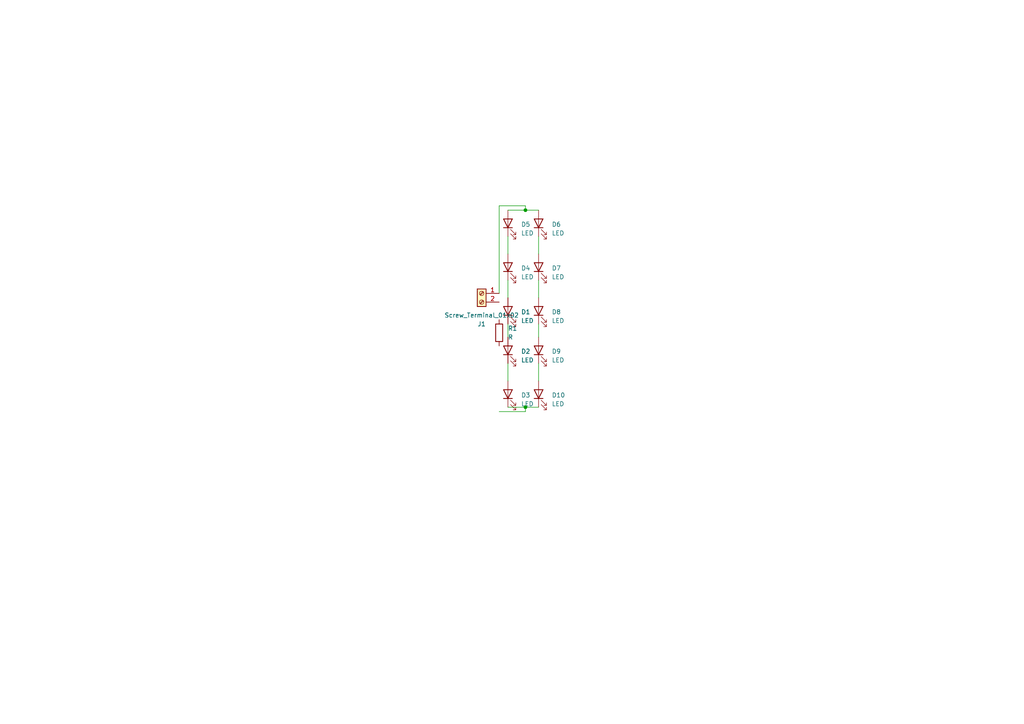
<source format=kicad_sch>
(kicad_sch
	(version 20231120)
	(generator "eeschema")
	(generator_version "8.0")
	(uuid "7e8a862b-64d7-4bcc-8ca5-062da10f6922")
	(paper "A4")
	(lib_symbols
		(symbol "Connector:Screw_Terminal_01x02"
			(pin_names
				(offset 1.016) hide)
			(exclude_from_sim no)
			(in_bom yes)
			(on_board yes)
			(property "Reference" "J"
				(at 0 2.54 0)
				(effects
					(font
						(size 1.27 1.27)
					)
				)
			)
			(property "Value" "Screw_Terminal_01x02"
				(at 0 -5.08 0)
				(effects
					(font
						(size 1.27 1.27)
					)
				)
			)
			(property "Footprint" ""
				(at 0 0 0)
				(effects
					(font
						(size 1.27 1.27)
					)
					(hide yes)
				)
			)
			(property "Datasheet" "~"
				(at 0 0 0)
				(effects
					(font
						(size 1.27 1.27)
					)
					(hide yes)
				)
			)
			(property "Description" "Generic screw terminal, single row, 01x02, script generated (kicad-library-utils/schlib/autogen/connector/)"
				(at 0 0 0)
				(effects
					(font
						(size 1.27 1.27)
					)
					(hide yes)
				)
			)
			(property "ki_keywords" "screw terminal"
				(at 0 0 0)
				(effects
					(font
						(size 1.27 1.27)
					)
					(hide yes)
				)
			)
			(property "ki_fp_filters" "TerminalBlock*:*"
				(at 0 0 0)
				(effects
					(font
						(size 1.27 1.27)
					)
					(hide yes)
				)
			)
			(symbol "Screw_Terminal_01x02_1_1"
				(rectangle
					(start -1.27 1.27)
					(end 1.27 -3.81)
					(stroke
						(width 0.254)
						(type default)
					)
					(fill
						(type background)
					)
				)
				(circle
					(center 0 -2.54)
					(radius 0.635)
					(stroke
						(width 0.1524)
						(type default)
					)
					(fill
						(type none)
					)
				)
				(polyline
					(pts
						(xy -0.5334 -2.2098) (xy 0.3302 -3.048)
					)
					(stroke
						(width 0.1524)
						(type default)
					)
					(fill
						(type none)
					)
				)
				(polyline
					(pts
						(xy -0.5334 0.3302) (xy 0.3302 -0.508)
					)
					(stroke
						(width 0.1524)
						(type default)
					)
					(fill
						(type none)
					)
				)
				(polyline
					(pts
						(xy -0.3556 -2.032) (xy 0.508 -2.8702)
					)
					(stroke
						(width 0.1524)
						(type default)
					)
					(fill
						(type none)
					)
				)
				(polyline
					(pts
						(xy -0.3556 0.508) (xy 0.508 -0.3302)
					)
					(stroke
						(width 0.1524)
						(type default)
					)
					(fill
						(type none)
					)
				)
				(circle
					(center 0 0)
					(radius 0.635)
					(stroke
						(width 0.1524)
						(type default)
					)
					(fill
						(type none)
					)
				)
				(pin passive line
					(at -5.08 0 0)
					(length 3.81)
					(name "Pin_1"
						(effects
							(font
								(size 1.27 1.27)
							)
						)
					)
					(number "1"
						(effects
							(font
								(size 1.27 1.27)
							)
						)
					)
				)
				(pin passive line
					(at -5.08 -2.54 0)
					(length 3.81)
					(name "Pin_2"
						(effects
							(font
								(size 1.27 1.27)
							)
						)
					)
					(number "2"
						(effects
							(font
								(size 1.27 1.27)
							)
						)
					)
				)
			)
		)
		(symbol "Device:LED"
			(pin_numbers hide)
			(pin_names
				(offset 1.016) hide)
			(exclude_from_sim no)
			(in_bom yes)
			(on_board yes)
			(property "Reference" "D"
				(at 0 2.54 0)
				(effects
					(font
						(size 1.27 1.27)
					)
				)
			)
			(property "Value" "LED"
				(at 0 -2.54 0)
				(effects
					(font
						(size 1.27 1.27)
					)
				)
			)
			(property "Footprint" ""
				(at 0 0 0)
				(effects
					(font
						(size 1.27 1.27)
					)
					(hide yes)
				)
			)
			(property "Datasheet" "~"
				(at 0 0 0)
				(effects
					(font
						(size 1.27 1.27)
					)
					(hide yes)
				)
			)
			(property "Description" "Light emitting diode"
				(at 0 0 0)
				(effects
					(font
						(size 1.27 1.27)
					)
					(hide yes)
				)
			)
			(property "ki_keywords" "LED diode"
				(at 0 0 0)
				(effects
					(font
						(size 1.27 1.27)
					)
					(hide yes)
				)
			)
			(property "ki_fp_filters" "LED* LED_SMD:* LED_THT:*"
				(at 0 0 0)
				(effects
					(font
						(size 1.27 1.27)
					)
					(hide yes)
				)
			)
			(symbol "LED_0_1"
				(polyline
					(pts
						(xy -1.27 -1.27) (xy -1.27 1.27)
					)
					(stroke
						(width 0.254)
						(type default)
					)
					(fill
						(type none)
					)
				)
				(polyline
					(pts
						(xy -1.27 0) (xy 1.27 0)
					)
					(stroke
						(width 0)
						(type default)
					)
					(fill
						(type none)
					)
				)
				(polyline
					(pts
						(xy 1.27 -1.27) (xy 1.27 1.27) (xy -1.27 0) (xy 1.27 -1.27)
					)
					(stroke
						(width 0.254)
						(type default)
					)
					(fill
						(type none)
					)
				)
				(polyline
					(pts
						(xy -3.048 -0.762) (xy -4.572 -2.286) (xy -3.81 -2.286) (xy -4.572 -2.286) (xy -4.572 -1.524)
					)
					(stroke
						(width 0)
						(type default)
					)
					(fill
						(type none)
					)
				)
				(polyline
					(pts
						(xy -1.778 -0.762) (xy -3.302 -2.286) (xy -2.54 -2.286) (xy -3.302 -2.286) (xy -3.302 -1.524)
					)
					(stroke
						(width 0)
						(type default)
					)
					(fill
						(type none)
					)
				)
			)
			(symbol "LED_1_1"
				(pin passive line
					(at -3.81 0 0)
					(length 2.54)
					(name "K"
						(effects
							(font
								(size 1.27 1.27)
							)
						)
					)
					(number "1"
						(effects
							(font
								(size 1.27 1.27)
							)
						)
					)
				)
				(pin passive line
					(at 3.81 0 180)
					(length 2.54)
					(name "A"
						(effects
							(font
								(size 1.27 1.27)
							)
						)
					)
					(number "2"
						(effects
							(font
								(size 1.27 1.27)
							)
						)
					)
				)
			)
		)
		(symbol "Device:R"
			(pin_numbers hide)
			(pin_names
				(offset 0)
			)
			(exclude_from_sim no)
			(in_bom yes)
			(on_board yes)
			(property "Reference" "R"
				(at 2.032 0 90)
				(effects
					(font
						(size 1.27 1.27)
					)
				)
			)
			(property "Value" "R"
				(at 0 0 90)
				(effects
					(font
						(size 1.27 1.27)
					)
				)
			)
			(property "Footprint" ""
				(at -1.778 0 90)
				(effects
					(font
						(size 1.27 1.27)
					)
					(hide yes)
				)
			)
			(property "Datasheet" "~"
				(at 0 0 0)
				(effects
					(font
						(size 1.27 1.27)
					)
					(hide yes)
				)
			)
			(property "Description" "Resistor"
				(at 0 0 0)
				(effects
					(font
						(size 1.27 1.27)
					)
					(hide yes)
				)
			)
			(property "ki_keywords" "R res resistor"
				(at 0 0 0)
				(effects
					(font
						(size 1.27 1.27)
					)
					(hide yes)
				)
			)
			(property "ki_fp_filters" "R_*"
				(at 0 0 0)
				(effects
					(font
						(size 1.27 1.27)
					)
					(hide yes)
				)
			)
			(symbol "R_0_1"
				(rectangle
					(start -1.016 -2.54)
					(end 1.016 2.54)
					(stroke
						(width 0.254)
						(type default)
					)
					(fill
						(type none)
					)
				)
			)
			(symbol "R_1_1"
				(pin passive line
					(at 0 3.81 270)
					(length 1.27)
					(name "~"
						(effects
							(font
								(size 1.27 1.27)
							)
						)
					)
					(number "1"
						(effects
							(font
								(size 1.27 1.27)
							)
						)
					)
				)
				(pin passive line
					(at 0 -3.81 90)
					(length 1.27)
					(name "~"
						(effects
							(font
								(size 1.27 1.27)
							)
						)
					)
					(number "2"
						(effects
							(font
								(size 1.27 1.27)
							)
						)
					)
				)
			)
		)
	)
	(junction
		(at 152.4 118.11)
		(diameter 0)
		(color 0 0 0 0)
		(uuid "228f7ec9-1a21-4cdd-848a-4b2482c83302")
	)
	(junction
		(at 152.4 60.96)
		(diameter 0)
		(color 0 0 0 0)
		(uuid "9a39534c-0618-40bf-95a0-5ba3ca0a4145")
	)
	(wire
		(pts
			(xy 147.32 81.28) (xy 147.32 86.36)
		)
		(stroke
			(width 0)
			(type default)
		)
		(uuid "0da08c90-0826-4c08-8d3c-f80320ecd238")
	)
	(wire
		(pts
			(xy 156.21 81.28) (xy 156.21 86.36)
		)
		(stroke
			(width 0)
			(type default)
		)
		(uuid "4c7683bb-8435-4921-8bb7-18d8480f0e3a")
	)
	(wire
		(pts
			(xy 152.4 118.11) (xy 156.21 118.11)
		)
		(stroke
			(width 0)
			(type default)
		)
		(uuid "54743f62-50bd-446f-9f50-20c5db18ba9c")
	)
	(wire
		(pts
			(xy 156.21 93.98) (xy 156.21 97.79)
		)
		(stroke
			(width 0)
			(type default)
		)
		(uuid "5ed368fd-9173-4df4-9ad3-9f7ad4dbde7e")
	)
	(wire
		(pts
			(xy 152.4 119.38) (xy 152.4 118.11)
		)
		(stroke
			(width 0)
			(type default)
		)
		(uuid "63ba95d7-8df8-4a92-b5f5-ce69affcb3e8")
	)
	(wire
		(pts
			(xy 147.32 68.58) (xy 147.32 73.66)
		)
		(stroke
			(width 0)
			(type default)
		)
		(uuid "65fae4b5-1f31-46af-b20e-25372cc89762")
	)
	(wire
		(pts
			(xy 144.78 59.69) (xy 144.78 85.09)
		)
		(stroke
			(width 0)
			(type default)
		)
		(uuid "7b06edbf-42d6-4517-989f-0c5c5307f806")
	)
	(wire
		(pts
			(xy 144.78 119.38) (xy 152.4 119.38)
		)
		(stroke
			(width 0)
			(type default)
		)
		(uuid "9380d00b-3776-400d-94e8-0c190081c78b")
	)
	(wire
		(pts
			(xy 147.32 118.11) (xy 152.4 118.11)
		)
		(stroke
			(width 0)
			(type default)
		)
		(uuid "93bec050-279b-403e-b704-e34d6adb9a0a")
	)
	(wire
		(pts
			(xy 156.21 68.58) (xy 156.21 73.66)
		)
		(stroke
			(width 0)
			(type default)
		)
		(uuid "b81ca370-0bb2-4444-bd9c-26a956a6c1c3")
	)
	(wire
		(pts
			(xy 152.4 59.69) (xy 152.4 60.96)
		)
		(stroke
			(width 0)
			(type default)
		)
		(uuid "c0dd58d3-a503-4df5-ae2e-cba701674173")
	)
	(wire
		(pts
			(xy 152.4 60.96) (xy 156.21 60.96)
		)
		(stroke
			(width 0)
			(type default)
		)
		(uuid "c237907b-829a-4f0c-9ae8-3e9e0505439c")
	)
	(wire
		(pts
			(xy 147.32 105.41) (xy 147.32 110.49)
		)
		(stroke
			(width 0)
			(type default)
		)
		(uuid "c462b6ce-c95c-44e7-9062-34729efcd47a")
	)
	(wire
		(pts
			(xy 156.21 105.41) (xy 156.21 110.49)
		)
		(stroke
			(width 0)
			(type default)
		)
		(uuid "d089abbf-1ec0-4ef8-bfef-2a390cc880d8")
	)
	(wire
		(pts
			(xy 144.78 59.69) (xy 152.4 59.69)
		)
		(stroke
			(width 0)
			(type default)
		)
		(uuid "daea9ed8-0512-4575-bb88-072d22a1235f")
	)
	(wire
		(pts
			(xy 147.32 60.96) (xy 152.4 60.96)
		)
		(stroke
			(width 0)
			(type default)
		)
		(uuid "dd0be1e7-29cf-442e-bd3e-e0b907a2682d")
	)
	(wire
		(pts
			(xy 147.32 93.98) (xy 147.32 97.79)
		)
		(stroke
			(width 0)
			(type default)
		)
		(uuid "f05a4e5c-cf74-4652-8ebe-635f1ad2d9de")
	)
	(symbol
		(lib_id "Device:R")
		(at 144.78 96.52 0)
		(unit 1)
		(exclude_from_sim no)
		(in_bom yes)
		(on_board yes)
		(dnp no)
		(fields_autoplaced yes)
		(uuid "05ea17a5-65d7-4ce3-97d9-950cf3a11349")
		(property "Reference" "R1"
			(at 147.32 95.2499 0)
			(effects
				(font
					(size 1.27 1.27)
				)
				(justify left)
			)
		)
		(property "Value" "R"
			(at 147.32 97.7899 0)
			(effects
				(font
					(size 1.27 1.27)
				)
				(justify left)
			)
		)
		(property "Footprint" ""
			(at 143.002 96.52 90)
			(effects
				(font
					(size 1.27 1.27)
				)
				(hide yes)
			)
		)
		(property "Datasheet" "~"
			(at 144.78 96.52 0)
			(effects
				(font
					(size 1.27 1.27)
				)
				(hide yes)
			)
		)
		(property "Description" "Resistor"
			(at 144.78 96.52 0)
			(effects
				(font
					(size 1.27 1.27)
				)
				(hide yes)
			)
		)
		(pin "1"
			(uuid "bcdd598a-e16f-43c0-9b83-9088c2455715")
		)
		(pin "2"
			(uuid "08cea8f7-1d93-4815-9ea8-01a3b7f92451")
		)
		(instances
			(project ""
				(path "/7e8a862b-64d7-4bcc-8ca5-062da10f6922"
					(reference "R1")
					(unit 1)
				)
			)
		)
	)
	(symbol
		(lib_id "Device:LED")
		(at 156.21 77.47 90)
		(unit 1)
		(exclude_from_sim no)
		(in_bom yes)
		(on_board yes)
		(dnp no)
		(fields_autoplaced yes)
		(uuid "0771b988-b57c-4f8b-a493-e197449ed497")
		(property "Reference" "D7"
			(at 160.02 77.7874 90)
			(effects
				(font
					(size 1.27 1.27)
				)
				(justify right)
			)
		)
		(property "Value" "LED"
			(at 160.02 80.3274 90)
			(effects
				(font
					(size 1.27 1.27)
				)
				(justify right)
			)
		)
		(property "Footprint" ""
			(at 156.21 77.47 0)
			(effects
				(font
					(size 1.27 1.27)
				)
				(hide yes)
			)
		)
		(property "Datasheet" "~"
			(at 156.21 77.47 0)
			(effects
				(font
					(size 1.27 1.27)
				)
				(hide yes)
			)
		)
		(property "Description" "Light emitting diode"
			(at 156.21 77.47 0)
			(effects
				(font
					(size 1.27 1.27)
				)
				(hide yes)
			)
		)
		(pin "2"
			(uuid "6d82e06c-043f-4610-ae73-69ab093f64d8")
		)
		(pin "1"
			(uuid "84ea142c-523e-48ba-90a2-ef7fbce107ed")
		)
		(instances
			(project "SERIES OF LED"
				(path "/7e8a862b-64d7-4bcc-8ca5-062da10f6922"
					(reference "D7")
					(unit 1)
				)
			)
		)
	)
	(symbol
		(lib_id "Device:LED")
		(at 147.32 90.17 90)
		(unit 1)
		(exclude_from_sim no)
		(in_bom yes)
		(on_board yes)
		(dnp no)
		(fields_autoplaced yes)
		(uuid "0a17c2e4-0e25-4b1e-bf44-bb321d3ef824")
		(property "Reference" "D1"
			(at 151.13 90.4874 90)
			(effects
				(font
					(size 1.27 1.27)
				)
				(justify right)
			)
		)
		(property "Value" "LED"
			(at 151.13 93.0274 90)
			(effects
				(font
					(size 1.27 1.27)
				)
				(justify right)
			)
		)
		(property "Footprint" ""
			(at 147.32 90.17 0)
			(effects
				(font
					(size 1.27 1.27)
				)
				(hide yes)
			)
		)
		(property "Datasheet" "~"
			(at 147.32 90.17 0)
			(effects
				(font
					(size 1.27 1.27)
				)
				(hide yes)
			)
		)
		(property "Description" "Light emitting diode"
			(at 147.32 90.17 0)
			(effects
				(font
					(size 1.27 1.27)
				)
				(hide yes)
			)
		)
		(pin "2"
			(uuid "670d7643-1716-4a09-b8bc-bebe3b0d05e1")
		)
		(pin "1"
			(uuid "18843e94-fdc0-41b1-b130-581808755a99")
		)
		(instances
			(project ""
				(path "/7e8a862b-64d7-4bcc-8ca5-062da10f6922"
					(reference "D1")
					(unit 1)
				)
			)
		)
	)
	(symbol
		(lib_id "Device:LED")
		(at 156.21 64.77 90)
		(unit 1)
		(exclude_from_sim no)
		(in_bom yes)
		(on_board yes)
		(dnp no)
		(fields_autoplaced yes)
		(uuid "1c46d3a8-2508-4965-98a0-f1ed6d619c79")
		(property "Reference" "D6"
			(at 160.02 65.0874 90)
			(effects
				(font
					(size 1.27 1.27)
				)
				(justify right)
			)
		)
		(property "Value" "LED"
			(at 160.02 67.6274 90)
			(effects
				(font
					(size 1.27 1.27)
				)
				(justify right)
			)
		)
		(property "Footprint" ""
			(at 156.21 64.77 0)
			(effects
				(font
					(size 1.27 1.27)
				)
				(hide yes)
			)
		)
		(property "Datasheet" "~"
			(at 156.21 64.77 0)
			(effects
				(font
					(size 1.27 1.27)
				)
				(hide yes)
			)
		)
		(property "Description" "Light emitting diode"
			(at 156.21 64.77 0)
			(effects
				(font
					(size 1.27 1.27)
				)
				(hide yes)
			)
		)
		(pin "2"
			(uuid "16f717bd-ebe2-4af0-977f-fe5e3edf09a1")
		)
		(pin "1"
			(uuid "7a997c2a-83d7-4801-b2a6-fa3a4aaa4a74")
		)
		(instances
			(project "SERIES OF LED"
				(path "/7e8a862b-64d7-4bcc-8ca5-062da10f6922"
					(reference "D6")
					(unit 1)
				)
			)
		)
	)
	(symbol
		(lib_id "Device:LED")
		(at 147.32 114.3 90)
		(unit 1)
		(exclude_from_sim no)
		(in_bom yes)
		(on_board yes)
		(dnp no)
		(fields_autoplaced yes)
		(uuid "2f23b56e-237b-4618-bae2-ef5a486a3dbf")
		(property "Reference" "D3"
			(at 151.13 114.6174 90)
			(effects
				(font
					(size 1.27 1.27)
				)
				(justify right)
			)
		)
		(property "Value" "LED"
			(at 151.13 117.1574 90)
			(effects
				(font
					(size 1.27 1.27)
				)
				(justify right)
			)
		)
		(property "Footprint" ""
			(at 147.32 114.3 0)
			(effects
				(font
					(size 1.27 1.27)
				)
				(hide yes)
			)
		)
		(property "Datasheet" "~"
			(at 147.32 114.3 0)
			(effects
				(font
					(size 1.27 1.27)
				)
				(hide yes)
			)
		)
		(property "Description" "Light emitting diode"
			(at 147.32 114.3 0)
			(effects
				(font
					(size 1.27 1.27)
				)
				(hide yes)
			)
		)
		(pin "2"
			(uuid "8aad69a3-2bb7-45c1-92c8-96257cee5641")
		)
		(pin "1"
			(uuid "86c6476f-5ddf-43ed-a521-2861eace7866")
		)
		(instances
			(project "SERIES OF LED"
				(path "/7e8a862b-64d7-4bcc-8ca5-062da10f6922"
					(reference "D3")
					(unit 1)
				)
			)
		)
	)
	(symbol
		(lib_id "Device:LED")
		(at 147.32 77.47 90)
		(unit 1)
		(exclude_from_sim no)
		(in_bom yes)
		(on_board yes)
		(dnp no)
		(fields_autoplaced yes)
		(uuid "84e13624-e3c7-4506-bca9-7cd1b14b7ff4")
		(property "Reference" "D4"
			(at 151.13 77.7874 90)
			(effects
				(font
					(size 1.27 1.27)
				)
				(justify right)
			)
		)
		(property "Value" "LED"
			(at 151.13 80.3274 90)
			(effects
				(font
					(size 1.27 1.27)
				)
				(justify right)
			)
		)
		(property "Footprint" ""
			(at 147.32 77.47 0)
			(effects
				(font
					(size 1.27 1.27)
				)
				(hide yes)
			)
		)
		(property "Datasheet" "~"
			(at 147.32 77.47 0)
			(effects
				(font
					(size 1.27 1.27)
				)
				(hide yes)
			)
		)
		(property "Description" "Light emitting diode"
			(at 147.32 77.47 0)
			(effects
				(font
					(size 1.27 1.27)
				)
				(hide yes)
			)
		)
		(pin "2"
			(uuid "64e5f0dd-d7c8-40d1-8223-61b8d4eb7157")
		)
		(pin "1"
			(uuid "50cfa9d7-3d52-43f7-9ba3-05a5906bc4ff")
		)
		(instances
			(project "SERIES OF LED"
				(path "/7e8a862b-64d7-4bcc-8ca5-062da10f6922"
					(reference "D4")
					(unit 1)
				)
			)
		)
	)
	(symbol
		(lib_id "Device:LED")
		(at 156.21 90.17 90)
		(unit 1)
		(exclude_from_sim no)
		(in_bom yes)
		(on_board yes)
		(dnp no)
		(fields_autoplaced yes)
		(uuid "862e9df0-dd45-4146-acde-1efcabd5796d")
		(property "Reference" "D8"
			(at 160.02 90.4874 90)
			(effects
				(font
					(size 1.27 1.27)
				)
				(justify right)
			)
		)
		(property "Value" "LED"
			(at 160.02 93.0274 90)
			(effects
				(font
					(size 1.27 1.27)
				)
				(justify right)
			)
		)
		(property "Footprint" ""
			(at 156.21 90.17 0)
			(effects
				(font
					(size 1.27 1.27)
				)
				(hide yes)
			)
		)
		(property "Datasheet" "~"
			(at 156.21 90.17 0)
			(effects
				(font
					(size 1.27 1.27)
				)
				(hide yes)
			)
		)
		(property "Description" "Light emitting diode"
			(at 156.21 90.17 0)
			(effects
				(font
					(size 1.27 1.27)
				)
				(hide yes)
			)
		)
		(pin "2"
			(uuid "c6be9d56-a1e8-4c53-a4f6-e2fe468c5db2")
		)
		(pin "1"
			(uuid "cb4ac01b-420b-4b11-a793-699783f14b50")
		)
		(instances
			(project "SERIES OF LED"
				(path "/7e8a862b-64d7-4bcc-8ca5-062da10f6922"
					(reference "D8")
					(unit 1)
				)
			)
		)
	)
	(symbol
		(lib_id "Device:LED")
		(at 156.21 101.6 90)
		(unit 1)
		(exclude_from_sim no)
		(in_bom yes)
		(on_board yes)
		(dnp no)
		(fields_autoplaced yes)
		(uuid "8c5ed077-4885-4333-815a-74db8ce7e902")
		(property "Reference" "D9"
			(at 160.02 101.9174 90)
			(effects
				(font
					(size 1.27 1.27)
				)
				(justify right)
			)
		)
		(property "Value" "LED"
			(at 160.02 104.4574 90)
			(effects
				(font
					(size 1.27 1.27)
				)
				(justify right)
			)
		)
		(property "Footprint" ""
			(at 156.21 101.6 0)
			(effects
				(font
					(size 1.27 1.27)
				)
				(hide yes)
			)
		)
		(property "Datasheet" "~"
			(at 156.21 101.6 0)
			(effects
				(font
					(size 1.27 1.27)
				)
				(hide yes)
			)
		)
		(property "Description" "Light emitting diode"
			(at 156.21 101.6 0)
			(effects
				(font
					(size 1.27 1.27)
				)
				(hide yes)
			)
		)
		(pin "2"
			(uuid "27539f85-57ad-49da-aee8-d126b716ef0c")
		)
		(pin "1"
			(uuid "1f8fe9c7-cd37-4d44-b820-573915064e6b")
		)
		(instances
			(project "SERIES OF LED"
				(path "/7e8a862b-64d7-4bcc-8ca5-062da10f6922"
					(reference "D9")
					(unit 1)
				)
			)
		)
	)
	(symbol
		(lib_id "Device:LED")
		(at 147.32 101.6 90)
		(unit 1)
		(exclude_from_sim no)
		(in_bom yes)
		(on_board yes)
		(dnp no)
		(fields_autoplaced yes)
		(uuid "92eea88b-7fb4-426e-85a5-86e7746e38b1")
		(property "Reference" "D2"
			(at 151.13 101.9174 90)
			(effects
				(font
					(size 1.27 1.27)
				)
				(justify right)
			)
		)
		(property "Value" "LED"
			(at 151.13 104.4574 90)
			(effects
				(font
					(size 1.27 1.27)
				)
				(justify right)
			)
		)
		(property "Footprint" ""
			(at 147.32 101.6 0)
			(effects
				(font
					(size 1.27 1.27)
				)
				(hide yes)
			)
		)
		(property "Datasheet" "~"
			(at 147.32 101.6 0)
			(effects
				(font
					(size 1.27 1.27)
				)
				(hide yes)
			)
		)
		(property "Description" "Light emitting diode"
			(at 147.32 101.6 0)
			(effects
				(font
					(size 1.27 1.27)
				)
				(hide yes)
			)
		)
		(pin "2"
			(uuid "9db5b522-3cdf-46e6-977c-2a2b36fd2b51")
		)
		(pin "1"
			(uuid "d1256089-adf7-414b-b72a-70f48603aabb")
		)
		(instances
			(project "SERIES OF LED"
				(path "/7e8a862b-64d7-4bcc-8ca5-062da10f6922"
					(reference "D2")
					(unit 1)
				)
			)
		)
	)
	(symbol
		(lib_id "Device:LED")
		(at 156.21 114.3 90)
		(unit 1)
		(exclude_from_sim no)
		(in_bom yes)
		(on_board yes)
		(dnp no)
		(fields_autoplaced yes)
		(uuid "b808f991-05b3-44cd-9de5-78802618667d")
		(property "Reference" "D10"
			(at 160.02 114.6174 90)
			(effects
				(font
					(size 1.27 1.27)
				)
				(justify right)
			)
		)
		(property "Value" "LED"
			(at 160.02 117.1574 90)
			(effects
				(font
					(size 1.27 1.27)
				)
				(justify right)
			)
		)
		(property "Footprint" ""
			(at 156.21 114.3 0)
			(effects
				(font
					(size 1.27 1.27)
				)
				(hide yes)
			)
		)
		(property "Datasheet" "~"
			(at 156.21 114.3 0)
			(effects
				(font
					(size 1.27 1.27)
				)
				(hide yes)
			)
		)
		(property "Description" "Light emitting diode"
			(at 156.21 114.3 0)
			(effects
				(font
					(size 1.27 1.27)
				)
				(hide yes)
			)
		)
		(pin "2"
			(uuid "578d753b-9b58-481e-8606-907ddf518eb8")
		)
		(pin "1"
			(uuid "1c621bbd-f114-4464-a79f-afbfbc68aad9")
		)
		(instances
			(project "SERIES OF LED"
				(path "/7e8a862b-64d7-4bcc-8ca5-062da10f6922"
					(reference "D10")
					(unit 1)
				)
			)
		)
	)
	(symbol
		(lib_id "Connector:Screw_Terminal_01x02")
		(at 139.7 85.09 0)
		(mirror y)
		(unit 1)
		(exclude_from_sim no)
		(in_bom yes)
		(on_board yes)
		(dnp no)
		(uuid "c214bded-3e78-413e-920b-2d1d8d9bf24b")
		(property "Reference" "J1"
			(at 139.7 93.98 0)
			(effects
				(font
					(size 1.27 1.27)
				)
			)
		)
		(property "Value" "Screw_Terminal_01x02"
			(at 139.7 91.44 0)
			(effects
				(font
					(size 1.27 1.27)
				)
			)
		)
		(property "Footprint" ""
			(at 139.7 85.09 0)
			(effects
				(font
					(size 1.27 1.27)
				)
				(hide yes)
			)
		)
		(property "Datasheet" "~"
			(at 139.7 85.09 0)
			(effects
				(font
					(size 1.27 1.27)
				)
				(hide yes)
			)
		)
		(property "Description" "Generic screw terminal, single row, 01x02, script generated (kicad-library-utils/schlib/autogen/connector/)"
			(at 139.7 85.09 0)
			(effects
				(font
					(size 1.27 1.27)
				)
				(hide yes)
			)
		)
		(pin "2"
			(uuid "6cb85af8-9b45-499c-a3c0-45e880c90716")
		)
		(pin "1"
			(uuid "c6e79f03-c9cf-46ed-8334-2beb03a6488a")
		)
		(instances
			(project ""
				(path "/7e8a862b-64d7-4bcc-8ca5-062da10f6922"
					(reference "J1")
					(unit 1)
				)
			)
		)
	)
	(symbol
		(lib_id "Device:LED")
		(at 147.32 64.77 90)
		(unit 1)
		(exclude_from_sim no)
		(in_bom yes)
		(on_board yes)
		(dnp no)
		(fields_autoplaced yes)
		(uuid "cb4acb66-dda6-40c4-a21b-c4bb2e6ce015")
		(property "Reference" "D5"
			(at 151.13 65.0874 90)
			(effects
				(font
					(size 1.27 1.27)
				)
				(justify right)
			)
		)
		(property "Value" "LED"
			(at 151.13 67.6274 90)
			(effects
				(font
					(size 1.27 1.27)
				)
				(justify right)
			)
		)
		(property "Footprint" ""
			(at 147.32 64.77 0)
			(effects
				(font
					(size 1.27 1.27)
				)
				(hide yes)
			)
		)
		(property "Datasheet" "~"
			(at 147.32 64.77 0)
			(effects
				(font
					(size 1.27 1.27)
				)
				(hide yes)
			)
		)
		(property "Description" "Light emitting diode"
			(at 147.32 64.77 0)
			(effects
				(font
					(size 1.27 1.27)
				)
				(hide yes)
			)
		)
		(pin "2"
			(uuid "91538110-9716-4565-a7b6-5a8169708c51")
		)
		(pin "1"
			(uuid "18f250dd-7463-48b7-83e3-9fdd1c0acd4f")
		)
		(instances
			(project "SERIES OF LED"
				(path "/7e8a862b-64d7-4bcc-8ca5-062da10f6922"
					(reference "D5")
					(unit 1)
				)
			)
		)
	)
	(sheet_instances
		(path "/"
			(page "1")
		)
	)
)

</source>
